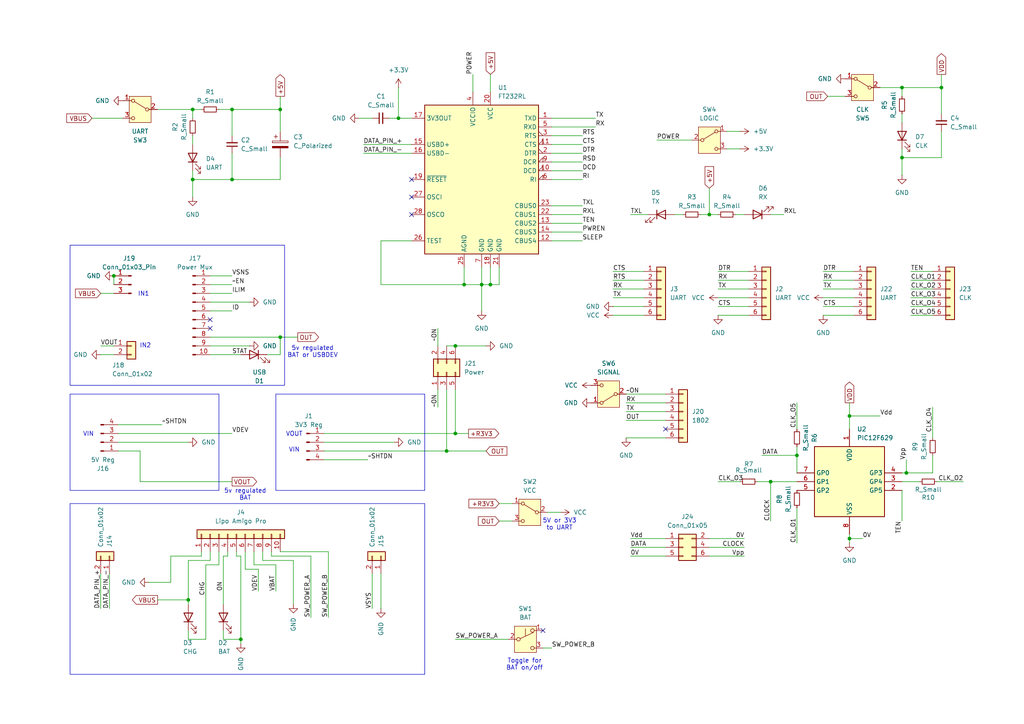
<source format=kicad_sch>
(kicad_sch (version 20231120) (generator "eeschema") (generator_version "8.0")
  (paper "A4")
  (title_block (title "Altoids Serial Adaper SCHEMATIC") (date "2024-07-19") (rev "WIP") (company "by AdamT117 https://github.com/Kayto"))
  (lib_symbols
    (symbol "Connector:Conn_01x03_Pin" (pin_names (offset 1.016) hide)
      (property "Reference" "J" (at 0 5.08 0))
      (property "Value" "Conn_01x03_Pin" (at 0 -5.08 0))
      (symbol "Conn_01x03_Pin_1_1"
        (pin passive line (at 5.08 2.54 180) (length 3.81) (name "Pin_1") (number "1"))
        (pin passive line (at 5.08 0 180) (length 3.81) (name "Pin_2") (number "2"))
        (pin passive line (at 5.08 -2.54 180) (length 3.81) (name "Pin_3") (number "3"))
      )
    )
    (symbol "Connector:Conn_01x04_Pin" (pin_names (offset 1.016) hide)
      (property "Reference" "J" (at 0 5.08 0))
      (property "Value" "Conn_01x04_Pin" (at 0 -7.62 0))
      (symbol "Conn_01x04_Pin_1_1"
        (pin passive line (at 5.08 2.54 180) (length 3.81) (name "Pin_1") (number "1"))
        (pin passive line (at 5.08 0 180) (length 3.81) (name "Pin_2") (number "2"))
        (pin passive line (at 5.08 -2.54 180) (length 3.81) (name "Pin_3") (number "3"))
        (pin passive line (at 5.08 -5.08 180) (length 3.81) (name "Pin_4") (number "4"))
      )
    )
    (symbol "Connector:Conn_01x10_Pin" (pin_names (offset 1.016) hide)
      (property "Reference" "J" (at 0 12.7 0))
      (property "Value" "Conn_01x10_Pin" (at 0 -15.24 0))
      (symbol "Conn_01x10_Pin_1_1"
        (pin passive line (at 5.08 10.16 180) (length 3.81) (name "Pin_1") (number "1"))
        (pin passive line (at 5.08 -12.7 180) (length 3.81) (name "Pin_10") (number "10"))
        (pin passive line (at 5.08 7.62 180) (length 3.81) (name "Pin_2") (number "2"))
        (pin passive line (at 5.08 5.08 180) (length 3.81) (name "Pin_3") (number "3"))
        (pin passive line (at 5.08 2.54 180) (length 3.81) (name "Pin_4") (number "4"))
        (pin passive line (at 5.08 0 180) (length 3.81) (name "Pin_5") (number "5"))
        (pin passive line (at 5.08 -2.54 180) (length 3.81) (name "Pin_6") (number "6"))
        (pin passive line (at 5.08 -5.08 180) (length 3.81) (name "Pin_7") (number "7"))
        (pin passive line (at 5.08 -7.62 180) (length 3.81) (name "Pin_8") (number "8"))
        (pin passive line (at 5.08 -10.16 180) (length 3.81) (name "Pin_9") (number "9"))
      )
    )
    (symbol "Connector_Generic:Conn_01x02" (pin_names (offset 1.016) hide)
      (property "Reference" "J" (at 0 2.54 0))
      (property "Value" "Conn_01x02" (at 0 -5.08 0))
      (symbol "Conn_01x02_1_1"
        (pin passive line (at -5.08 0 0) (length 3.81) (name "Pin_1") (number "1"))
        (pin passive line (at -5.08 -2.54 0) (length 3.81) (name "Pin_2") (number "2"))
      )
    )
    (symbol "Connector_Generic:Conn_01x06" (pin_names (offset 1.016) hide)
      (property "Reference" "J" (at 0 7.62 0))
      (property "Value" "Conn_01x06" (at 0 -10.16 0))
      (symbol "Conn_01x06_1_1"
        (pin passive line (at -5.08 5.08 0) (length 3.81) (name "Pin_1") (number "1"))
        (pin passive line (at -5.08 2.54 0) (length 3.81) (name "Pin_2") (number "2"))
        (pin passive line (at -5.08 0 0) (length 3.81) (name "Pin_3") (number "3"))
        (pin passive line (at -5.08 -2.54 0) (length 3.81) (name "Pin_4") (number "4"))
        (pin passive line (at -5.08 -5.08 0) (length 3.81) (name "Pin_5") (number "5"))
        (pin passive line (at -5.08 -7.62 0) (length 3.81) (name "Pin_6") (number "6"))
      )
    )
    (symbol "Connector_Generic:Conn_01x10" (pin_names (offset 1.016) hide)
      (property "Reference" "J" (at 0 12.7 0))
      (property "Value" "Conn_01x10" (at 0 -15.24 0))
      (symbol "Conn_01x10_1_1"
        (pin passive line (at -5.08 10.16 0) (length 3.81) (name "Pin_1") (number "1"))
        (pin passive line (at -5.08 -12.7 0) (length 3.81) (name "Pin_10") (number "10"))
        (pin passive line (at -5.08 7.62 0) (length 3.81) (name "Pin_2") (number "2"))
        (pin passive line (at -5.08 5.08 0) (length 3.81) (name "Pin_3") (number "3"))
        (pin passive line (at -5.08 2.54 0) (length 3.81) (name "Pin_4") (number "4"))
        (pin passive line (at -5.08 0 0) (length 3.81) (name "Pin_5") (number "5"))
        (pin passive line (at -5.08 -2.54 0) (length 3.81) (name "Pin_6") (number "6"))
        (pin passive line (at -5.08 -5.08 0) (length 3.81) (name "Pin_7") (number "7"))
        (pin passive line (at -5.08 -7.62 0) (length 3.81) (name "Pin_8") (number "8"))
        (pin passive line (at -5.08 -10.16 0) (length 3.81) (name "Pin_9") (number "9"))
      )
    )
    (symbol "Connector_Generic:Conn_02x03_Odd_Even" (pin_names (offset 1.016) hide)
      (property "Reference" "J" (at 1.27 5.08 0))
      (property "Value" "Conn_02x03_Odd_Even" (at 1.27 -5.08 0))
      (symbol "Conn_02x03_Odd_Even_1_1"
        (pin passive line (at -5.08 2.54 0) (length 3.81) (name "Pin_1") (number "1"))
        (pin passive line (at 7.62 2.54 180) (length 3.81) (name "Pin_2") (number "2"))
        (pin passive line (at -5.08 0 0) (length 3.81) (name "Pin_3") (number "3"))
        (pin passive line (at 7.62 0 180) (length 3.81) (name "Pin_4") (number "4"))
        (pin passive line (at -5.08 -2.54 0) (length 3.81) (name "Pin_5") (number "5"))
        (pin passive line (at 7.62 -2.54 180) (length 3.81) (name "Pin_6") (number "6"))
      )
    )
    (symbol "Device:C_Polarized" (pin_numbers hide) (pin_names (offset 0.254))
      (property "Reference" "C" (at 0.635 2.54 0))
      (property "Value" "C_Polarized" (at 0.635 -2.54 0))
      (symbol "C_Polarized_1_1"
        (pin passive line (at 0 3.81 270) (length 2.794) (name "~") (number "1"))
        (pin passive line (at 0 -3.81 90) (length 2.794) (name "~") (number "2"))
      )
    )
    (symbol "Device:C_Small" (pin_numbers hide) (pin_names (offset 0.254) hide)
      (property "Reference" "C" (at 0.254 1.778 0))
      (property "Value" "C_Small" (at 0.254 -2.032 0))
      (symbol "C_Small_1_1"
        (pin passive line (at 0 2.54 270) (length 2.032) (name "~") (number "1"))
        (pin passive line (at 0 -2.54 90) (length 2.032) (name "~") (number "2"))
      )
    )
    (symbol "Device:LED" (pin_numbers hide) (pin_names (offset 1.016) hide)
      (property "Reference" "D" (at 0 2.54 0))
      (property "Value" "LED" (at 0 -2.54 0))
      (symbol "LED_1_1"
        (pin passive line (at -3.81 0 0) (length 2.54) (name "K") (number "1"))
        (pin passive line (at 3.81 0 180) (length 2.54) (name "A") (number "2"))
      )
    )
    (symbol "Device:R_Small" (pin_numbers hide) (pin_names (offset 0.254) hide)
      (property "Reference" "R" (at 0.762 0.508 0))
      (property "Value" "R_Small" (at 0.762 -1.016 0))
      (symbol "R_Small_1_1"
        (pin passive line (at 0 2.54 270) (length 0.762) (name "~") (number "1"))
        (pin passive line (at 0 -2.54 90) (length 0.762) (name "~") (number "2"))
      )
    )
    (symbol "Interface_USB:FT232RL"
      (property "Reference" "U" (at -16.51 22.86 0))
      (property "Value" "FT232RL" (at 10.16 22.86 0))
      (symbol "FT232RL_1_1"
        (pin output line (at 20.32 17.78 180) (length 3.81) (name "TXD") (number "1"))
        (pin input input_low (at 20.32 2.54 180) (length 3.81) (name "DCD") (number "10"))
        (pin input input_low (at 20.32 10.16 180) (length 3.81) (name "CTS") (number "11"))
        (pin bidirectional line (at 20.32 -17.78 180) (length 3.81) (name "CBUS4") (number "12"))
        (pin bidirectional line (at 20.32 -12.7 180) (length 3.81) (name "CBUS2") (number "13"))
        (pin bidirectional line (at 20.32 -15.24 180) (length 3.81) (name "CBUS3") (number "14"))
        (pin bidirectional line (at -20.32 10.16 0) (length 3.81) (name "USBD+") (number "15"))
        (pin bidirectional line (at -20.32 7.62 0) (length 3.81) (name "USBD-") (number "16"))
        (pin power_out line (at -20.32 17.78 0) (length 3.81) (name "3V3OUT") (number "17"))
        (pin power_in line (at 2.54 -25.4 90) (length 3.81) (name "GND") (number "18"))
        (pin input line (at -20.32 0 0) (length 3.81) (name "~{RESET}") (number "19"))
        (pin output output_low (at 20.32 7.62 180) (length 3.81) (name "DTR") (number "2"))
        (pin power_in line (at 2.54 25.4 270) (length 3.81) (name "VCC") (number "20"))
        (pin power_in line (at 5.08 -25.4 90) (length 3.81) (name "GND") (number "21"))
        (pin bidirectional line (at 20.32 -10.16 180) (length 3.81) (name "CBUS1") (number "22"))
        (pin bidirectional line (at 20.32 -7.62 180) (length 3.81) (name "CBUS0") (number "23"))
        (pin power_in line (at -5.08 -25.4 90) (length 3.81) (name "AGND") (number "25"))
        (pin input line (at -20.32 -17.78 0) (length 3.81) (name "TEST") (number "26"))
        (pin input line (at -20.32 -5.08 0) (length 3.81) (name "OSCI") (number "27"))
        (pin output line (at -20.32 -10.16 0) (length 3.81) (name "OSCO") (number "28"))
        (pin output output_low (at 20.32 12.7 180) (length 3.81) (name "RTS") (number "3"))
        (pin power_in line (at -2.54 25.4 270) (length 3.81) (name "VCCIO") (number "4"))
        (pin input line (at 20.32 15.24 180) (length 3.81) (name "RXD") (number "5"))
        (pin input input_low (at 20.32 0 180) (length 3.81) (name "RI") (number "6"))
        (pin power_in line (at 0 -25.4 90) (length 3.81) (name "GND") (number "7"))
        (pin input input_low (at 20.32 5.08 180) (length 3.81) (name "DCR") (number "9"))
      )
    )
    (symbol "MCU_Microchip_PIC12:PIC12F629-xP"
      (property "Reference" "U" (at 1.27 13.97 0))
      (property "Value" "PIC12F629-xP" (at 1.27 11.43 0))
      (symbol "PIC12F629-xP_1_1"
        (pin power_in line (at 0 15.24 270) (length 5.08) (name "VDD") (number "1"))
        (pin bidirectional line (at 15.24 -2.54 180) (length 5.08) (name "GP5") (number "2"))
        (pin bidirectional line (at 15.24 0 180) (length 5.08) (name "GP4") (number "3"))
        (pin input line (at 15.24 2.54 180) (length 5.08) (name "GP3") (number "4"))
        (pin bidirectional line (at -15.24 -2.54 0) (length 5.08) (name "GP2") (number "5"))
        (pin bidirectional line (at -15.24 0 0) (length 5.08) (name "GP1") (number "6"))
        (pin bidirectional line (at -15.24 2.54 0) (length 5.08) (name "GP0") (number "7"))
        (pin power_in line (at 0 -15.24 90) (length 5.08) (name "VSS") (number "8"))
      )
    )
    (symbol "Switch:SW_Push_SPDT" (pin_names (offset 0) hide)
      (property "Reference" "SW" (at 0 5.08 0))
      (property "Value" "SW_Push_SPDT" (at 0 -5.08 0))
      (symbol "SW_Push_SPDT_1_1"
        (pin passive line (at 5.08 2.54 180) (length 2.54) (name "A") (number "1"))
        (pin passive line (at -5.08 0 0) (length 2.54) (name "B") (number "2"))
        (pin passive line (at 5.08 -2.54 180) (length 2.54) (name "C") (number "3"))
      )
    )
    (symbol "Switch:SW_SPDT" (pin_names (offset 0) hide)
      (property "Reference" "SW" (at 0 5.08 0))
      (property "Value" "SW_SPDT" (at 0 -5.08 0))
      (symbol "SW_SPDT_1_1"
        (pin passive line (at 5.08 2.54 180) (length 2.54) (name "A") (number "1"))
        (pin passive line (at -5.08 0 0) (length 2.54) (name "B") (number "2"))
        (pin passive line (at 5.08 -2.54 180) (length 2.54) (name "C") (number "3"))
      )
    )
    (symbol "power:+3.3V" (power) (pin_numbers hide) (pin_names (offset 0) hide)
      (property "Value" "+3.3V" (at 0 3.556 0))
      (symbol "+3.3V_1_1"
        (pin power_in line (at 0 0 90) (length 0) (name "~") (number "1"))
      )
    )
    (symbol "power:+5V" (power) (pin_numbers hide) (pin_names (offset 0) hide)
      (property "Value" "+5V" (at 0 3.556 0))
      (symbol "+5V_1_1"
        (pin power_in line (at 0 0 90) (length 0) (name "~") (number "1"))
      )
    )
    (symbol "power:GND" (power) (pin_numbers hide) (pin_names (offset 0) hide)
      (property "Value" "GND" (at 0 -3.81 0))
      (symbol "GND_1_1"
        (pin power_in line (at 0 0 270) (length 0) (name "~") (number "1"))
      )
    )
    (symbol "power:VCC" (power) (pin_numbers hide) (pin_names (offset 0) hide)
      (property "Value" "VCC" (at 0 3.556 0))
      (symbol "VCC_1_1"
        (pin power_in line (at 0 0 90) (length 0) (name "~") (number "1"))
      )
    )
  )
  (junction (at 115.57 34.29))
  (junction (at 134.62 82.55))
  (junction (at 132.08 100.33))
  (junction (at 129.54 130.81))
  (junction (at 139.7 82.55))
  (junction (at 223.52 139.7))
  (junction (at 273.05 25.4))
  (junction (at 55.88 31.75))
  (junction (at 142.24 82.55))
  (junction (at 69.85 185.42))
  (junction (at 67.31 52.07))
  (junction (at 67.31 31.75))
  (junction (at 205.74 62.23))
  (junction (at 246.38 120.65))
  (junction (at 33.02 80.01))
  (junction (at 262.89 137.16))
  (junction (at 81.28 97.79))
  (junction (at 54.61 173.99))
  (junction (at 55.88 52.07))
  (junction (at 246.38 156.21))
  (junction (at 261.62 45.72))
  (junction (at 81.28 31.75))
  (junction (at 261.62 25.4))
  (junction (at 132.08 125.73))
  (junction (at 231.14 132.08))
  (no_connect (at 60.96 92.71))
  (no_connect (at 157.48 182.88))
  (no_connect (at 119.38 57.15))
  (no_connect (at 193.04 124.46))
  (no_connect (at 119.38 62.23))
  (no_connect (at 119.38 52.07))
  (no_connect (at 60.96 95.25))
  (wire (pts (xy 158.75 148.59) (xy 162.56 148.59)))
  (wire (pts (xy 203.2 62.23) (xy 205.74 62.23)))
  (wire (pts (xy 246.38 156.21) (xy 246.38 154.94)))
  (wire (pts (xy 223.52 62.23) (xy 227.33 62.23)))
  (wire (pts (xy 208.28 139.7) (xy 214.63 139.7)))
  (wire (pts (xy 68.58 161.29) (xy 69.85 161.29)))
  (wire (pts (xy 29.21 100.33) (xy 33.02 100.33)))
  (wire (pts (xy 182.88 158.75) (xy 193.04 158.75)))
  (wire (pts (xy 223.52 139.7) (xy 223.52 151.13)))
  (wire (pts (xy 246.38 120.65) (xy 255.27 120.65)))
  (wire (pts (xy 73.66 163.83) (xy 80.01 163.83)))
  (wire (pts (xy 71.12 165.1) (xy 74.93 165.1)))
  (wire (pts (xy 214.63 38.1) (xy 210.82 38.1)))
  (wire (pts (xy 181.61 116.84) (xy 193.04 116.84)))
  (wire (pts (xy 238.76 78.74) (xy 247.65 78.74)))
  (wire (pts (xy 160.02 44.45) (xy 168.91 44.45)))
  (wire (pts (xy 95.25 160.02) (xy 95.25 179.07)))
  (wire (pts (xy 60.96 102.87) (xy 69.85 102.87)))
  (wire (pts (xy 223.52 139.7) (xy 231.14 139.7)))
  (wire (pts (xy 246.38 116.84) (xy 246.38 120.65)))
  (wire (pts (xy 160.02 39.37) (xy 168.91 39.37)))
  (wire (pts (xy 34.29 125.73) (xy 67.31 125.73)))
  (wire (pts (xy 67.31 31.75) (xy 67.31 39.37)))
  (wire (pts (xy 177.8 83.82) (xy 186.69 83.82)))
  (wire (pts (xy 110.49 82.55) (xy 134.62 82.55)))
  (wire (pts (xy 139.7 77.47) (xy 139.7 82.55)))
  (wire (pts (xy 105.41 41.91) (xy 119.38 41.91)))
  (wire (pts (xy 49.53 161.29) (xy 58.42 161.29)))
  (wire (pts (xy 40.64 130.81) (xy 34.29 130.81)))
  (wire (pts (xy 81.28 160.02) (xy 95.25 160.02)))
  (wire (pts (xy 200.66 40.64) (xy 190.5 40.64)))
  (wire (pts (xy 110.49 176.53) (xy 110.49 166.37)))
  (wire (pts (xy 246.38 157.48) (xy 246.38 156.21)))
  (wire (pts (xy 182.88 161.29) (xy 193.04 161.29)))
  (wire (pts (xy 81.28 31.75) (xy 81.28 38.1)))
  (wire (pts (xy 45.72 173.99) (xy 54.61 173.99)))
  (wire (pts (xy 69.85 161.29) (xy 69.85 185.42)))
  (wire (pts (xy 119.38 69.85) (xy 110.49 69.85)))
  (wire (pts (xy 262.89 133.35) (xy 262.89 137.16)))
  (wire (pts (xy 60.96 80.01) (xy 67.31 80.01)))
  (wire (pts (xy 81.28 97.79) (xy 86.36 97.79)))
  (wire (pts (xy 115.57 25.4) (xy 115.57 34.29)))
  (wire (pts (xy 261.62 25.4) (xy 261.62 27.94)))
  (wire (pts (xy 113.03 34.29) (xy 115.57 34.29)))
  (wire (pts (xy 78.74 160.02) (xy 78.74 161.29)))
  (wire (pts (xy 262.89 137.16) (xy 270.51 137.16)))
  (wire (pts (xy 76.2 160.02) (xy 76.2 162.56)))
  (wire (pts (xy 64.77 185.42) (xy 69.85 185.42)))
  (wire (pts (xy 264.16 86.36) (xy 270.51 86.36)))
  (wire (pts (xy 231.14 129.54) (xy 231.14 132.08)))
  (wire (pts (xy 43.18 168.91) (xy 49.53 168.91)))
  (wire (pts (xy 264.16 78.74) (xy 270.51 78.74)))
  (wire (pts (xy 142.24 77.47) (xy 142.24 82.55)))
  (wire (pts (xy 261.62 142.24) (xy 261.62 151.13)))
  (wire (pts (xy 264.16 91.44) (xy 270.51 91.44)))
  (wire (pts (xy 273.05 25.4) (xy 273.05 33.02)))
  (wire (pts (xy 69.85 186.69) (xy 69.85 185.42)))
  (wire (pts (xy 40.64 139.7) (xy 67.31 139.7)))
  (wire (pts (xy 238.76 81.28) (xy 247.65 81.28)))
  (wire (pts (xy 261.62 43.18) (xy 261.62 45.72)))
  (wire (pts (xy 40.64 139.7) (xy 40.64 130.81)))
  (wire (pts (xy 238.76 91.44) (xy 247.65 91.44)))
  (wire (pts (xy 67.31 31.75) (xy 81.28 31.75)))
  (wire (pts (xy 115.57 34.29) (xy 119.38 34.29)))
  (wire (pts (xy 261.62 35.56) (xy 261.62 33.02)))
  (wire (pts (xy 215.9 156.21) (xy 205.74 156.21)))
  (wire (pts (xy 104.14 34.29) (xy 107.95 34.29)))
  (wire (pts (xy 55.88 49.53) (xy 55.88 52.07)))
  (wire (pts (xy 160.02 52.07) (xy 168.91 52.07)))
  (wire (pts (xy 55.88 31.75) (xy 55.88 34.29)))
  (wire (pts (xy 220.98 132.08) (xy 231.14 132.08)))
  (wire (pts (xy 63.5 31.75) (xy 67.31 31.75)))
  (wire (pts (xy 107.95 176.53) (xy 107.95 166.37)))
  (wire (pts (xy 264.16 83.82) (xy 270.51 83.82)))
  (wire (pts (xy 208.28 91.44) (xy 217.17 91.44)))
  (wire (pts (xy 105.41 44.45) (xy 119.38 44.45)))
  (wire (pts (xy 208.28 78.74) (xy 217.17 78.74)))
  (wire (pts (xy 60.96 90.17) (xy 67.31 90.17)))
  (wire (pts (xy 142.24 21.59) (xy 142.24 26.67)))
  (wire (pts (xy 210.82 43.18) (xy 214.63 43.18)))
  (wire (pts (xy 160.02 62.23) (xy 168.91 62.23)))
  (wire (pts (xy 246.38 120.65) (xy 246.38 124.46)))
  (wire (pts (xy 160.02 41.91) (xy 168.91 41.91)))
  (wire (pts (xy 270.51 118.11) (xy 270.51 127)))
  (wire (pts (xy 177.8 81.28) (xy 186.69 81.28)))
  (wire (pts (xy 60.96 82.55) (xy 67.31 82.55)))
  (wire (pts (xy 54.61 162.56) (xy 54.61 173.99)))
  (wire (pts (xy 63.5 160.02) (xy 63.5 163.83)))
  (wire (pts (xy 279.4 139.7) (xy 271.78 139.7)))
  (wire (pts (xy 160.02 34.29) (xy 172.72 34.29)))
  (wire (pts (xy 270.51 137.16) (xy 270.51 132.08)))
  (wire (pts (xy 181.61 119.38) (xy 193.04 119.38)))
  (wire (pts (xy 195.58 62.23) (xy 198.12 62.23)))
  (wire (pts (xy 67.31 52.07) (xy 81.28 52.07)))
  (wire (pts (xy 208.28 81.28) (xy 217.17 81.28)))
  (wire (pts (xy 31.75 176.53) (xy 31.75 166.37)))
  (wire (pts (xy 182.88 156.21) (xy 193.04 156.21)))
  (wire (pts (xy 215.9 161.29) (xy 205.74 161.29)))
  (wire (pts (xy 213.36 62.23) (xy 215.9 62.23)))
  (wire (pts (xy 67.31 52.07) (xy 55.88 52.07)))
  (wire (pts (xy 93.98 128.27) (xy 114.3 128.27)))
  (wire (pts (xy 238.76 88.9) (xy 247.65 88.9)))
  (wire (pts (xy 231.14 132.08) (xy 231.14 137.16)))
  (wire (pts (xy 90.17 161.29) (xy 90.17 179.07)))
  (wire (pts (xy 93.98 130.81) (xy 129.54 130.81)))
  (wire (pts (xy 181.61 127) (xy 193.04 127)))
  (wire (pts (xy 132.08 100.33) (xy 140.97 100.33)))
  (wire (pts (xy 34.29 128.27) (xy 54.61 128.27)))
  (wire (pts (xy 246.38 156.21) (xy 250.19 156.21)))
  (wire (pts (xy 81.28 45.72) (xy 81.28 52.07)))
  (wire (pts (xy 129.54 113.03) (xy 129.54 130.81)))
  (wire (pts (xy 60.96 160.02) (xy 60.96 162.56)))
  (wire (pts (xy 67.31 44.45) (xy 67.31 52.07)))
  (wire (pts (xy 55.88 31.75) (xy 58.42 31.75)))
  (wire (pts (xy 93.98 133.35) (xy 106.68 133.35)))
  (wire (pts (xy 261.62 137.16) (xy 262.89 137.16)))
  (wire (pts (xy 264.16 88.9) (xy 270.51 88.9)))
  (wire (pts (xy 80.01 163.83) (xy 80.01 171.45)))
  (wire (pts (xy 261.62 25.4) (xy 273.05 25.4)))
  (wire (pts (xy 54.61 182.88) (xy 54.61 185.42)))
  (wire (pts (xy 261.62 45.72) (xy 261.62 50.8)))
  (wire (pts (xy 177.8 78.74) (xy 186.69 78.74)))
  (wire (pts (xy 208.28 83.82) (xy 217.17 83.82)))
  (wire (pts (xy 160.02 64.77) (xy 168.91 64.77)))
  (wire (pts (xy 160.02 69.85) (xy 168.91 69.85)))
  (wire (pts (xy 182.88 62.23) (xy 187.96 62.23)))
  (wire (pts (xy 58.42 161.29) (xy 58.42 160.02)))
  (wire (pts (xy 45.72 31.75) (xy 55.88 31.75)))
  (wire (pts (xy 74.93 165.1) (xy 74.93 171.45)))
  (wire (pts (xy 255.27 25.4) (xy 261.62 25.4)))
  (wire (pts (xy 144.78 77.47) (xy 144.78 82.55)))
  (wire (pts (xy 29.21 176.53) (xy 29.21 166.37)))
  (wire (pts (xy 139.7 82.55) (xy 139.7 90.17)))
  (wire (pts (xy 208.28 86.36) (xy 217.17 86.36)))
  (wire (pts (xy 205.74 62.23) (xy 208.28 62.23)))
  (wire (pts (xy 238.76 86.36) (xy 247.65 86.36)))
  (wire (pts (xy 238.76 83.82) (xy 247.65 83.82)))
  (wire (pts (xy 33.02 85.09) (xy 29.21 85.09)))
  (wire (pts (xy 160.02 36.83) (xy 172.72 36.83)))
  (wire (pts (xy 219.71 139.7) (xy 223.52 139.7)))
  (wire (pts (xy 60.96 162.56) (xy 54.61 162.56)))
  (wire (pts (xy 129.54 130.81) (xy 140.97 130.81)))
  (wire (pts (xy 132.08 125.73) (xy 135.89 125.73)))
  (wire (pts (xy 157.48 187.96) (xy 160.02 187.96)))
  (wire (pts (xy 85.09 162.56) (xy 85.09 175.26)))
  (wire (pts (xy 231.14 116.84) (xy 231.14 124.46)))
  (wire (pts (xy 60.96 87.63) (xy 72.39 87.63)))
  (wire (pts (xy 160.02 46.99) (xy 168.91 46.99)))
  (wire (pts (xy 64.77 161.29) (xy 64.77 175.26)))
  (wire (pts (xy 273.05 45.72) (xy 261.62 45.72)))
  (wire (pts (xy 181.61 121.92) (xy 193.04 121.92)))
  (wire (pts (xy 77.47 102.87) (xy 81.28 102.87)))
  (wire (pts (xy 34.29 123.19) (xy 46.99 123.19)))
  (wire (pts (xy 60.96 97.79) (xy 81.28 97.79)))
  (wire (pts (xy 29.21 102.87) (xy 33.02 102.87)))
  (wire (pts (xy 177.8 91.44) (xy 186.69 91.44)))
  (wire (pts (xy 76.2 162.56) (xy 85.09 162.56)))
  (wire (pts (xy 134.62 82.55) (xy 139.7 82.55)))
  (wire (pts (xy 127 118.11) (xy 127 113.03)))
  (wire (pts (xy 142.24 82.55) (xy 144.78 82.55)))
  (wire (pts (xy 266.7 139.7) (xy 261.62 139.7)))
  (wire (pts (xy 127 95.25) (xy 127 100.33)))
  (wire (pts (xy 273.05 21.59) (xy 273.05 25.4)))
  (wire (pts (xy 177.8 88.9) (xy 186.69 88.9)))
  (wire (pts (xy 181.61 114.3) (xy 193.04 114.3)))
  (wire (pts (xy 144.78 151.13) (xy 148.59 151.13)))
  (wire (pts (xy 273.05 38.1) (xy 273.05 45.72)))
  (wire (pts (xy 55.88 41.91) (xy 55.88 39.37)))
  (wire (pts (xy 205.74 54.61) (xy 205.74 62.23)))
  (wire (pts (xy 177.8 86.36) (xy 186.69 86.36)))
  (wire (pts (xy 49.53 161.29) (xy 49.53 168.91)))
  (wire (pts (xy 64.77 182.88) (xy 64.77 185.42)))
  (wire (pts (xy 26.67 34.29) (xy 35.56 34.29)))
  (wire (pts (xy 59.69 163.83) (xy 59.69 185.42)))
  (wire (pts (xy 33.02 80.01) (xy 33.02 82.55)))
  (wire (pts (xy 160.02 67.31) (xy 168.91 67.31)))
  (wire (pts (xy 129.54 100.33) (xy 132.08 100.33)))
  (wire (pts (xy 264.16 81.28) (xy 270.51 81.28)))
  (wire (pts (xy 68.58 160.02) (xy 68.58 161.29)))
  (wire (pts (xy 60.96 85.09) (xy 67.31 85.09)))
  (wire (pts (xy 144.78 146.05) (xy 148.59 146.05)))
  (wire (pts (xy 73.66 160.02) (xy 73.66 163.83)))
  (wire (pts (xy 81.28 102.87) (xy 81.28 97.79)))
  (wire (pts (xy 240.03 27.94) (xy 245.11 27.94)))
  (wire (pts (xy 132.08 113.03) (xy 132.08 125.73)))
  (wire (pts (xy 215.9 158.75) (xy 205.74 158.75)))
  (wire (pts (xy 137.16 21.59) (xy 137.16 26.67)))
  (wire (pts (xy 160.02 59.69) (xy 168.91 59.69)))
  (wire (pts (xy 54.61 175.26) (xy 54.61 173.99)))
  (wire (pts (xy 63.5 163.83) (xy 59.69 163.83)))
  (wire (pts (xy 110.49 69.85) (xy 110.49 82.55)))
  (wire (pts (xy 160.02 49.53) (xy 168.91 49.53)))
  (wire (pts (xy 66.04 161.29) (xy 64.77 161.29)))
  (wire (pts (xy 55.88 52.07) (xy 55.88 57.15)))
  (wire (pts (xy 54.61 185.42) (xy 59.69 185.42)))
  (wire (pts (xy 139.7 82.55) (xy 142.24 82.55)))
  (wire (pts (xy 60.96 100.33) (xy 72.39 100.33)))
  (wire (pts (xy 78.74 161.29) (xy 90.17 161.29)))
  (wire (pts (xy 66.04 161.29) (xy 66.04 160.02)))
  (wire (pts (xy 134.62 77.47) (xy 134.62 82.55)))
  (wire (pts (xy 132.08 185.42) (xy 147.32 185.42)))
  (wire (pts (xy 208.28 88.9) (xy 217.17 88.9)))
  (wire (pts (xy 71.12 160.02) (xy 71.12 165.1)))
  (wire (pts (xy 231.14 147.32) (xy 231.14 157.48)))
  (wire (pts (xy 81.28 27.94) (xy 81.28 31.75)))
  (wire (pts (xy 93.98 125.73) (xy 132.08 125.73)))
  (rectangle (start 20.32 71.12) (end 82.55 111.76))
  (rectangle (start 123.19 114.3) (end 80.01 142.24))
  (rectangle (start 20.32 114.3) (end 63.5 142.24))
  (rectangle (start 20.32 146.05) (end 123.19 195.58))
  (text "VOUT" (at 85.344 125.984 0) (effects (font (size 1.27 1.27))))
  (text "Toggle for\nBAT on/off" (at 152.146 192.786 0) (effects (font (size 1.27 1.27))))
  (text "5V or 3V3\nto UART" (at 162.306 152.146 0) (effects (font (size 1.27 1.27))))
  (text "5v regulated\nBAT" (at 71.12 143.51 0) (effects (font (size 1.27 1.27))))
  (text "VIN" (at 85.344 130.556 0) (effects (font (size 1.27 1.27))))
  (text "VIN" (at 25.654 125.984 0) (effects (font (size 1.27 1.27))))
  (text "IN1" (at 41.656 85.344 0) (effects (font (size 1.27 1.27))))
  (text "5v regulated\nBAT or USBDEV" (at 90.678 102.108 0) (effects (font (size 1.27 1.27))))
  (text "IN2" (at 42.164 100.33 0) (effects (font (size 1.27 1.27))))
  (label "TX" (at 172.72 34.29 0))
  (label "~EN" (at 67.31 82.55 0))
  (label "ILIM" (at 67.31 85.09 0))
  (label "DATA_PIN_+" (at 105.41 41.91 0))
  (label "TEN" (at 168.91 64.77 0))
  (label "TX" (at 177.8 86.36 0))
  (label "VDEV" (at 74.93 171.45 90))
  (label "CLK_O1" (at 264.16 81.28 0))
  (label "DATA_PIN_+" (at 29.21 176.53 90))
  (label "RX" (at 208.28 81.28 0))
  (label "POWER" (at 190.5 40.64 0))
  (label "Vpp" (at 262.89 133.35 90))
  (label "ON" (at 64.77 171.45 90))
  (label "ID" (at 67.31 90.17 0))
  (label "TX" (at 208.28 83.82 0))
  (label "PWREN" (at 168.91 67.31 0))
  (label "SW_POWER_A" (at 90.17 179.07 90))
  (label "RX" (at 172.72 36.83 0))
  (label "CLK_O2" (at 279.4 139.7 180))
  (label "CTS" (at 208.28 88.9 0))
  (label "CTS" (at 177.8 78.74 0))
  (label "RX" (at 177.8 83.82 0))
  (label "~ON" (at 127 118.11 90))
  (label "RX" (at 181.61 116.84 0))
  (label "RXL" (at 227.33 62.23 0))
  (label "DATA" (at 220.98 132.08 0))
  (label "~ON" (at 127 95.25 270))
  (label "POWER" (at 137.16 21.59 90))
  (label "TEN" (at 261.62 151.13 270))
  (label "TXL" (at 182.88 62.23 0))
  (label "SLEEP" (at 168.91 69.85 0))
  (label "VBAT" (at 80.01 171.45 90))
  (label "DTR" (at 168.91 44.45 0))
  (label "CTS" (at 238.76 88.9 0))
  (label "SW_POWER_B" (at 160.02 187.96 0))
  (label "DCD" (at 168.91 49.53 0))
  (label "CLOCK" (at 223.52 151.13 90))
  (label "CLK_O4" (at 264.16 88.9 0))
  (label "VSYS" (at 107.95 176.53 90))
  (label "TX" (at 181.61 119.38 0))
  (label "TEN" (at 264.16 78.74 0))
  (label "CLK_O4" (at 270.51 118.11 270))
  (label "Vdd" (at 182.88 156.21 0))
  (label "DATA" (at 182.88 158.75 0))
  (label "RX" (at 238.76 81.28 0))
  (label "RXL" (at 168.91 62.23 0))
  (label "RI" (at 168.91 52.07 0))
  (label "0V" (at 215.9 156.21 180))
  (label "0V" (at 250.19 156.21 0))
  (label "CLK_O5" (at 231.14 116.84 270))
  (label "DTR" (at 208.28 78.74 0))
  (label "SW_POWER_A" (at 132.08 185.42 0))
  (label "~SHTDN" (at 106.68 133.35 0))
  (label "CLK_O3" (at 264.16 86.36 0))
  (label "CLOCK" (at 215.9 158.75 180))
  (label "0V" (at 182.88 161.29 0))
  (label "TX" (at 238.76 83.82 0))
  (label "OUT" (at 181.61 121.92 0))
  (label "STAT" (at 67.31 102.87 0))
  (label "~SHTDN" (at 46.99 123.19 0))
  (label "CLK_O3" (at 208.28 139.7 0))
  (label "CLK_O5" (at 264.16 91.44 0))
  (label "TXL" (at 168.91 59.69 0))
  (label "CLK_O1" (at 231.14 157.48 90))
  (label "RSD" (at 168.91 46.99 0))
  (label "Vpp" (at 215.9 161.29 180))
  (label "DATA_PIN_-" (at 31.75 176.53 90))
  (label "RTS" (at 168.91 39.37 0))
  (label "~ON" (at 181.61 114.3 0))
  (label "VOUT" (at 29.21 100.33 0))
  (label "SW_POWER_B" (at 95.25 179.07 90))
  (label "CLK_O2" (at 264.16 83.82 0))
  (label "CHG" (at 59.69 172.72 90))
  (label "CTS" (at 168.91 41.91 0))
  (label "Vdd" (at 255.27 120.65 0))
  (label "VDEV" (at 67.31 125.73 0))
  (label "DATA_PIN_-" (at 105.41 44.45 0))
  (label "DTR" (at 238.76 78.74 0))
  (label "VSNS" (at 67.31 80.01 0))
  (label "RTS" (at 177.8 81.28 0))
  (global_label "VDD" (shape output) (at 246.38 116.84 90) (property "Intersheetrefs" "${INTERSHEET_REFS}" (effects (hide yes))))
  (global_label "VBUS" (shape input) (at 26.67 34.29 180) (property "Intersheetrefs" "${INTERSHEET_REFS}" (effects (hide yes))))
  (global_label "OUT" (shape output) (at 86.36 97.79 0) (property "Intersheetrefs" "${INTERSHEET_REFS}" (effects (hide yes))))
  (global_label "+R3V3" (shape input) (at 144.78 146.05 180) (property "Intersheetrefs" "${INTERSHEET_REFS}" (effects (hide yes))))
  (global_label "OUT" (shape input) (at 144.78 151.13 180) (property "Intersheetrefs" "${INTERSHEET_REFS}" (effects (hide yes))))
  (global_label "OUT" (shape input) (at 240.03 27.94 180) (property "Intersheetrefs" "${INTERSHEET_REFS}" (effects (hide yes))))
  (global_label "+5V" (shape input) (at 142.24 21.59 90) (property "Intersheetrefs" "${INTERSHEET_REFS}" (effects (hide yes))))
  (global_label "+5V" (shape output) (at 81.28 27.94 90) (property "Intersheetrefs" "${INTERSHEET_REFS}" (effects (hide yes))))
  (global_label "VBUS" (shape output) (at 45.72 173.99 180) (property "Intersheetrefs" "${INTERSHEET_REFS}" (effects (hide yes))))
  (global_label "+5V" (shape input) (at 205.74 54.61 90) (property "Intersheetrefs" "${INTERSHEET_REFS}" (effects (hide yes))))
  (global_label "VOUT" (shape output) (at 67.31 139.7 0) (property "Intersheetrefs" "${INTERSHEET_REFS}" (effects (hide yes))))
  (global_label "VDD" (shape output) (at 273.05 21.59 90) (property "Intersheetrefs" "${INTERSHEET_REFS}" (effects (hide yes))))
  (global_label "+R3V3" (shape output) (at 135.89 125.73 0) (property "Intersheetrefs" "${INTERSHEET_REFS}" (effects (hide yes))))
  (global_label "OUT" (shape input) (at 140.97 130.81 0) (property "Intersheetrefs" "${INTERSHEET_REFS}" (effects (hide yes))))
  (global_label "VBUS" (shape input) (at 29.21 85.09 180) (property "Intersheetrefs" "${INTERSHEET_REFS}" (effects (hide yes))))
  (symbol (lib_id "Connector_Generic:Conn_01x06") (at 191.77 83.82 0) (unit 1)
    (property "Reference" "J3" (at 194.31 83.8199 0) (effects (justify left)))
    (property "Value" "UART" (at 194.31 86.3599 0) (effects (justify left)))
    (property "Footprint" "Connector_PinHeader_2.54mm:PinHeader_1x06_P2.54mm_Vertical" (effects (hide yes)))
    (property "Description" "Generic connector, single row, 01x06, script generated (kicad-library-utils/schlib/autogen/connector/)" (effects (hide yes)))
  )
  (symbol (lib_id "Connector:Conn_01x04_Pin") (at 29.21 128.27 0) (mirror x) (unit 1)
    (property "Reference" "J16" (at 29.845 135.89 0))
    (property "Value" "5V Reg" (at 29.845 133.35 0))
    (property "Footprint" "Connector_PinHeader_2.54mm:PinHeader_1x04_P2.54mm_Vertical_no_PINS" (effects (hide yes)))
    (property "Description" "Generic connector, single row, 01x04, script generated" (effects (hide yes)))
  )
  (symbol (lib_id "Device:R_Small") (at 269.24 139.7 90) (unit 1)
    (property "Reference" "R10" (at 269.24 144.272 90))
    (property "Value" "R_Small" (at 269.24 141.986 90))
    (property "Footprint" "Resistor_SMD:R_0805_2012Metric" (effects (hide yes)))
    (property "Description" "Resistor, small symbol" (effects (hide yes)))
  )
  (symbol (lib_id "Device:LED") (at 261.62 39.37 90) (unit 1)
    (property "Reference" "D7" (at 265.43 39.6874 90) (effects (justify right)))
    (property "Value" "CLK" (at 265.43 42.2274 90) (effects (justify right)))
    (property "Footprint" "LED_THT:LED_D3.0mm" (effects (hide yes)))
    (property "Description" "Light emitting diode" (effects (hide yes)))
  )
  (symbol (lib_id "Device:C_Small") (at 273.05 35.56 180) (unit 1)
    (property "Reference" "C4" (at 275.59 34.2835 0) (effects (justify right)))
    (property "Value" "C_Small" (at 275.59 36.8235 0) (effects (justify right)))
    (property "Footprint" "Capacitor_SMD:C_1206_3216Metric_Pad1.33x1.80mm_HandSolder" (effects (hide yes)))
    (property "Description" "Unpolarized capacitor, small symbol" (effects (hide yes)))
  )
  (symbol (lib_id "power:VCC") (at 162.56 148.59 270) (unit 1)
    (property "Reference" "#PWR010" (effects (hide yes)))
    (property "Value" "VCC" (at 166.37 148.5899 90) (effects (justify left)))
    (property "Description" "Power symbol creates a global label with name \"VCC\"" (effects (hide yes)))
  )
  (symbol (lib_id "power:GND") (at 33.02 80.01 270) (mirror x) (unit 1)
    (property "Reference" "#PWR023" (effects (hide yes)))
    (property "Value" "GND" (at 29.21 80.0099 90) (effects (justify right)))
    (property "Description" "Power symbol creates a global label with name \"GND\" , ground" (effects (hide yes)))
  )
  (symbol (lib_id "Switch:SW_SPDT") (at 40.64 31.75 0) (mirror y) (unit 1)
    (property "Reference" "SW3" (at 40.64 40.64 0))
    (property "Value" "UART" (at 40.64 38.1 0))
    (property "Footprint" "Button_Switch_THT:SW_Toggle_Blue_wSlots" (effects (hide yes)))
    (property "Description" "Switch, single pole double throw" (effects (hide yes)))
  )
  (symbol (lib_id "Connector:Conn_01x10_Pin") (at 55.88 90.17 0) (unit 1)
    (property "Reference" "J17" (at 56.515 74.93 0))
    (property "Value" "Power Mux" (at 56.515 77.47 0))
    (property "Footprint" "Connector_PinHeader_2.54mm:PinHeader_1x10_P2.54mm_Vertical_no_PINS" (effects (hide yes)))
    (property "Description" "Generic connector, single row, 01x10, script generated" (effects (hide yes)))
  )
  (symbol (lib_id "Device:R_Small") (at 270.51 129.54 180) (unit 1)
    (property "Reference" "R9" (at 265.43 129.54 90))
    (property "Value" "R_Small" (at 267.97 129.54 90))
    (property "Footprint" "Resistor_SMD:R_0805_2012Metric" (effects (hide yes)))
    (property "Description" "Resistor, small symbol" (effects (hide yes)))
  )
  (symbol (lib_id "power:VCC") (at 208.28 86.36 90) (unit 1)
    (property "Reference" "#PWR011" (effects (hide yes)))
    (property "Value" "VCC" (at 204.47 86.3599 90) (effects (justify left)))
    (property "Description" "Power symbol creates a global label with name \"VCC\"" (effects (hide yes)))
  )
  (symbol (lib_id "Device:LED") (at 191.77 62.23 0) (unit 1)
    (property "Reference" "D5" (at 190.1825 55.88 0))
    (property "Value" "TX" (at 190.1825 58.42 0))
    (property "Footprint" "LED_THT:LED_D3.0mm" (effects (hide yes)))
    (property "Description" "Light emitting diode" (effects (hide yes)))
  )
  (symbol (lib_id "power:+3.3V") (at 115.57 25.4 0) (unit 1)
    (property "Reference" "#PWR02" (effects (hide yes)))
    (property "Value" "+3.3V" (at 115.57 20.32 0))
    (property "Description" "Power symbol creates a global label with name \"+3.3V\"" (effects (hide yes)))
  )
  (symbol (lib_id "Device:LED") (at 54.61 179.07 90) (unit 1)
    (property "Reference" "D3" (at 53.086 186.436 90) (effects (justify right)))
    (property "Value" "CHG" (at 53.086 188.976 90) (effects (justify right)))
    (property "Footprint" "LED_THT:LED_D3.0mm" (effects (hide yes)))
    (property "Description" "Light emitting diode" (effects (hide yes)))
  )
  (symbol (lib_id "Device:R_Small") (at 60.96 31.75 90) (unit 1)
    (property "Reference" "R1" (at 60.96 26.67 90))
    (property "Value" "R_Small" (at 60.96 29.21 90))
    (property "Footprint" "Resistor_SMD:R_0805_2012Metric" (effects (hide yes)))
    (property "Description" "Resistor, small symbol" (effects (hide yes)))
  )
  (symbol (lib_id "Device:R_Small") (at 231.14 144.78 180) (unit 1)
    (property "Reference" "R8" (at 226.06 144.78 90))
    (property "Value" "R_Small" (at 228.6 144.78 90))
    (property "Footprint" "Resistor_SMD:R_0805_2012Metric" (effects (hide yes)))
    (property "Description" "Resistor, small symbol" (effects (hide yes)))
  )
  (symbol (lib_id "Connector_Generic:Conn_01x02") (at 110.49 161.29 270) (mirror x) (unit 1)
    (property "Reference" "J15" (at 110.4901 158.75 0) (effects (justify left)))
    (property "Value" "Conn_01x02" (at 107.9501 158.75 0) (effects (justify left)))
    (property "Footprint" "Connector_PinHeader_2.54mm:PinHeader_1x02_P2.54mm_Vertical_no_PINS" (effects (hide yes)))
    (property "Description" "Generic connector, single row, 01x02, script generated (kicad-library-utils/schlib/autogen/connector/)" (effects (hide yes)))
  )
  (symbol (lib_id "power:VCC") (at 171.45 111.76 90) (unit 1)
    (property "Reference" "#PWR031" (effects (hide yes)))
    (property "Value" "VCC" (at 167.64 111.7601 90) (effects (justify left)))
    (property "Description" "Power symbol creates a global label with name \"VCC\"" (effects (hide yes)))
  )
  (symbol (lib_id "power:GND") (at 246.38 157.48 0) (unit 1)
    (property "Reference" "#PWR029" (effects (hide yes)))
    (property "Value" "GND" (at 246.38 162.56 0))
    (property "Description" "Power symbol creates a global label with name \"GND\" , ground" (effects (hide yes)))
  )
  (symbol (lib_id "Switch:SW_SPDT") (at 153.67 148.59 0) (mirror y) (unit 1)
    (property "Reference" "SW2" (at 153.67 139.7 0))
    (property "Value" "VCC" (at 153.67 142.24 0))
    (property "Footprint" "Button_Switch_THT:SW_Toggle_Blue_wSlots" (effects (hide yes)))
    (property "Description" "Switch, single pole double throw" (effects (hide yes)))
  )
  (symbol (lib_id "Switch:SW_SPDT") (at 205.74 40.64 0) (unit 1)
    (property "Reference" "SW4" (at 205.74 31.75 0))
    (property "Value" "LOGIC" (at 205.74 34.29 0))
    (property "Footprint" "Button_Switch_THT:SW_Toggle_Blue_wSlots" (effects (hide yes)))
    (property "Description" "Switch, single pole double throw" (effects (hide yes)))
  )
  (symbol (lib_id "power:+3.3V") (at 214.63 43.18 270) (unit 1)
    (property "Reference" "#PWR05" (effects (hide yes)))
    (property "Value" "+3.3V" (at 218.44 43.1799 90) (effects (justify left)))
    (property "Description" "Power symbol creates a global label with name \"+3.3V\"" (effects (hide yes)))
  )
  (symbol (lib_id "Connector_Generic:Conn_02x03_Odd_Even") (at 129.54 107.95 90) (unit 1)
    (property "Reference" "J21" (at 134.62 105.4099 90) (effects (justify right)))
    (property "Value" "Power" (at 134.62 107.9499 90) (effects (justify right)))
    (property "Footprint" "Connector_PinHeader_2.54mm:PinHeader_2x03_P2.54mm_Vertical" (effects (hide yes)))
    (property "Description" "Generic connector, double row, 02x03, odd/even pin numbering scheme (row 1 odd numbers, row 2 even numbers), script generated (kicad-library-utils/schlib/autogen/connector/)" (effects (hide yes)))
  )
  (symbol (lib_id "MCU_Microchip_PIC12:PIC12F629-xP") (at 246.38 139.7 0) (unit 1)
    (property "Reference" "U2" (at 248.5741 124.46 0) (effects (justify left)))
    (property "Value" "PIC12F629" (at 248.5741 127 0) (effects (justify left)))
    (property "Footprint" "Package_DIP:DIP-8_W7.62mm" (effects (hide yes)))
    (property "Datasheet" "https://ww1.microchip.com/downloads/en/DeviceDoc/41190G.pdf" (effects (hide yes)))
    (property "Description" "1024W Flash, 64B SRAM, 128B EEPROM, PDIP-8" (effects (hide yes)))
  )
  (symbol (lib_id "power:GND") (at 29.21 102.87 270) (unit 1)
    (property "Reference" "#PWR022" (effects (hide yes)))
    (property "Value" "GND" (at 25.4 102.8699 90) (effects (justify right)))
    (property "Description" "Power symbol creates a global label with name \"GND\" , ground" (effects (hide yes)))
  )
  (symbol (lib_id "Device:R_Small") (at 261.62 30.48 0) (unit 1)
    (property "Reference" "R5" (at 256.54 30.48 90))
    (property "Value" "R_Small" (at 259.08 30.48 90))
    (property "Footprint" "Resistor_SMD:R_0805_2012Metric" (effects (hide yes)))
    (property "Description" "Resistor, small symbol" (effects (hide yes)))
  )
  (symbol (lib_id "Device:R_Small") (at 55.88 36.83 0) (unit 1)
    (property "Reference" "R2" (at 50.8 36.83 90))
    (property "Value" "R_Small" (at 53.34 36.83 90))
    (property "Footprint" "Resistor_SMD:R_0805_2012Metric" (effects (hide yes)))
    (property "Description" "Resistor, small symbol" (effects (hide yes)))
  )
  (symbol (lib_id "power:GND") (at 208.28 91.44 0) (unit 1)
    (property "Reference" "#PWR012" (effects (hide yes)))
    (property "Value" "GND" (at 208.28 96.52 0))
    (property "Description" "Power symbol creates a global label with name \"GND\" , ground" (effects (hide yes)))
  )
  (symbol (lib_id "Switch:SW_SPDT") (at 250.19 25.4 0) (mirror y) (unit 1)
    (property "Reference" "SW5" (at 250.19 34.29 0))
    (property "Value" "CLK" (at 250.19 31.75 0))
    (property "Footprint" "Button_Switch_THT:SW_Toggle_Blue_wSlots" (effects (hide yes)))
    (property "Description" "Switch, single pole double throw" (effects (hide yes)))
  )
  (symbol (lib_id "power:GND") (at 245.11 22.86 270) (unit 1)
    (property "Reference" "#PWR027" (effects (hide yes)))
    (property "Value" "GND" (at 241.3 22.8599 90) (effects (justify right)))
    (property "Description" "Power symbol creates a global label with name \"GND\" , ground" (effects (hide yes)))
  )
  (symbol (lib_id "Device:C_Small") (at 110.49 34.29 90) (unit 1)
    (property "Reference" "C1" (at 110.4963 27.94 90))
    (property "Value" "C_Small" (at 110.4963 30.48 90))
    (property "Footprint" "Capacitor_SMD:C_1206_3216Metric_Pad1.33x1.80mm_HandSolder" (effects (hide yes)))
    (property "Description" "Unpolarized capacitor, small symbol" (effects (hide yes)))
  )
  (symbol (lib_id "power:GND") (at 35.56 29.21 270) (unit 1)
    (property "Reference" "#PWR01" (effects (hide yes)))
    (property "Value" "GND" (at 31.75 29.2099 90) (effects (justify right)))
    (property "Description" "Power symbol creates a global label with name \"GND\" , ground" (effects (hide yes)))
  )
  (symbol (lib_id "Connector_Generic:Conn_01x06") (at 275.59 83.82 0) (unit 1)
    (property "Reference" "J23" (at 278.13 83.8199 0) (effects (justify left)))
    (property "Value" "CLK" (at 278.13 86.3599 0) (effects (justify left)))
    (property "Footprint" "Connector_PinHeader_2.54mm:PinHeader_1x06_P2.54mm_Vertical" (effects (hide yes)))
    (property "Description" "Generic connector, single row, 01x06, script generated (kicad-library-utils/schlib/autogen/connector/)" (effects (hide yes)))
  )
  (symbol (lib_id "Device:R_Small") (at 210.82 62.23 270) (unit 1)
    (property "Reference" "R4" (at 210.82 57.15 90))
    (property "Value" "R_Small" (at 210.82 59.69 90))
    (property "Footprint" "Resistor_SMD:R_0805_2012Metric" (effects (hide yes)))
    (property "Description" "Resistor, small symbol" (effects (hide yes)))
  )
  (symbol (lib_id "power:VCC") (at 177.8 91.44 90) (unit 1)
    (property "Reference" "#PWR015" (effects (hide yes)))
    (property "Value" "VCC" (at 173.99 91.4399 90) (effects (justify left)))
    (property "Description" "Power symbol creates a global label with name \"VCC\"" (effects (hide yes)))
  )
  (symbol (lib_id "power:GND") (at 238.76 91.44 0) (unit 1)
    (property "Reference" "#PWR026" (effects (hide yes)))
    (property "Value" "GND" (at 238.76 96.52 0))
    (property "Description" "Power symbol creates a global label with name \"GND\" , ground" (effects (hide yes)))
  )
  (symbol (lib_id "Connector_Generic:Conn_01x06") (at 198.12 119.38 0) (unit 1)
    (property "Reference" "J20" (at 200.66 119.3799 0) (effects (justify left)))
    (property "Value" "1802" (at 200.66 121.9199 0) (effects (justify left)))
    (property "Footprint" "Connector_PinHeader_2.54mm:PinHeader_1x06_P2.54mm_Vertical" (effects (hide yes)))
    (property "Description" "Generic connector, single row, 01x06, script generated (kicad-library-utils/schlib/autogen/connector/)" (effects (hide yes)))
  )
  (symbol (lib_id "power:VCC") (at 238.76 86.36 90) (unit 1)
    (property "Reference" "#PWR024" (effects (hide yes)))
    (property "Value" "VCC" (at 234.95 86.3599 90) (effects (justify left)))
    (property "Description" "Power symbol creates a global label with name \"VCC\"" (effects (hide yes)))
  )
  (symbol (lib_id "Device:R_Small") (at 200.66 62.23 270) (unit 1)
    (property "Reference" "R3" (at 200.66 57.15 90))
    (property "Value" "R_Small" (at 200.66 59.69 90))
    (property "Footprint" "Resistor_SMD:R_0805_2012Metric" (effects (hide yes)))
    (property "Description" "Resistor, small symbol" (effects (hide yes)))
  )
  (symbol (lib_id "Connector:Conn_01x04_Pin") (at 88.9 128.27 0) (unit 1)
    (property "Reference" "J1" (at 89.535 120.65 0))
    (property "Value" "3V3 Reg" (at 89.535 123.19 0))
    (property "Footprint" "Connector_PinHeader_2.54mm:PinHeader_1x04_P2.54mm_Vertical_no_PINS" (effects (hide yes)))
    (property "Description" "Generic connector, single row, 01x04, script generated" (effects (hide yes)))
  )
  (symbol (lib_id "Switch:SW_Push_SPDT") (at 152.4 185.42 0) (unit 1)
    (property "Reference" "SW1" (at 152.4 176.53 0))
    (property "Value" "BAT" (at 152.4 179.07 0))
    (property "Footprint" "Button_Switch_THT:SW_Toggle_Blue_wSlots" (effects (hide yes)))
    (property "Description" "Momentary Switch, single pole double throw" (effects (hide yes)))
  )
  (symbol (lib_id "power:GND") (at 54.61 128.27 90) (unit 1)
    (property "Reference" "#PWR08" (effects (hide yes)))
    (property "Value" "GND" (at 58.42 128.2699 90) (effects (justify right)))
    (property "Description" "Power symbol creates a global label with name \"GND\" , ground" (effects (hide yes)))
  )
  (symbol (lib_id "power:GND") (at 171.45 116.84 270) (unit 1)
    (property "Reference" "#PWR030" (effects (hide yes)))
    (property "Value" "GND" (at 167.64 116.8399 90) (effects (justify right)))
    (property "Description" "Power symbol creates a global label with name \"GND\" , ground" (effects (hide yes)))
  )
  (symbol (lib_id "Device:LED") (at 64.77 179.07 90) (unit 1)
    (property "Reference" "D2" (at 63.246 186.436 90) (effects (justify right)))
    (property "Value" "BAT" (at 63.246 188.976 90) (effects (justify right)))
    (property "Footprint" "LED_THT:LED_D3.0mm" (effects (hide yes)))
    (property "Description" "Light emitting diode" (effects (hide yes)))
  )
  (symbol (lib_id "power:+5V") (at 214.63 38.1 270) (unit 1)
    (property "Reference" "#PWR06" (effects (hide yes)))
    (property "Value" "+5V" (at 218.44 38.1001 90) (effects (justify left)))
    (property "Description" "Power symbol creates a global label with name \"+5V\"" (effects (hide yes)))
  )
  (symbol (lib_id "Device:C_Polarized") (at 81.28 41.91 0) (unit 1)
    (property "Reference" "C3" (at 85.09 39.7509 0) (effects (justify left)))
    (property "Value" "C_Polarized" (at 85.09 42.2909 0) (effects (justify left)))
    (property "Footprint" "Capacitor_SMD:C_1206_3216Metric_Pad1.33x1.80mm_HandSolder" (effects (hide yes)))
    (property "Description" "Polarized capacitor" (effects (hide yes)))
  )
  (symbol (lib_id "Connector_Generic:Conn_01x06") (at 252.73 83.82 0) (unit 1)
    (property "Reference" "J22" (at 255.27 83.8199 0) (effects (justify left)))
    (property "Value" "UART" (at 255.27 86.3599 0) (effects (justify left)))
    (property "Footprint" "Connector_PinHeader_2.54mm:PinHeader_1x06_P2.54mm_Vertical" (effects (hide yes)))
    (property "Description" "Generic connector, single row, 01x06, script generated (kicad-library-utils/schlib/autogen/connector/)" (effects (hide yes)))
  )
  (symbol (lib_id "power:GND") (at 110.49 176.53 0) (unit 1)
    (property "Reference" "#PWR019" (effects (hide yes)))
    (property "Value" "GND" (at 110.4899 180.34 90) (effects (justify right)))
    (property "Description" "Power symbol creates a global label with name \"GND\" , ground" (effects (hide yes)))
  )
  (symbol (lib_id "power:GND") (at 114.3 128.27 90) (mirror x) (unit 1)
    (property "Reference" "#PWR025" (effects (hide yes)))
    (property "Value" "GND" (at 118.11 128.2701 90) (effects (justify right)))
    (property "Description" "Power symbol creates a global label with name \"GND\" , ground" (effects (hide yes)))
  )
  (symbol (lib_id "power:GND") (at 139.7 90.17 0) (unit 1)
    (property "Reference" "#PWR03" (effects (hide yes)))
    (property "Value" "GND" (at 139.7 95.25 0))
    (property "Description" "Power symbol creates a global label with name \"GND\" , ground" (effects (hide yes)))
  )
  (symbol (lib_id "Device:LED") (at 219.71 62.23 180) (unit 1)
    (property "Reference" "D6" (at 221.2975 54.61 0))
    (property "Value" "RX" (at 221.2975 57.15 0))
    (property "Footprint" "LED_THT:LED_D3.0mm" (effects (hide yes)))
    (property "Description" "Light emitting diode" (effects (hide yes)))
  )
  (symbol (lib_id "Switch:SW_SPDT") (at 176.53 114.3 180) (unit 1)
    (property "Reference" "SW6" (at 176.53 105.41 0))
    (property "Value" "SIGNAL" (at 176.53 107.95 0))
    (property "Footprint" "Button_Switch_THT:SW_Toggle_Blue_wSlots" (effects (hide yes)))
    (property "Description" "Switch, single pole double throw" (effects (hide yes)))
  )
  (symbol (lib_id "power:GND") (at 69.85 186.69 0) (unit 1)
    (property "Reference" "#PWR018" (effects (hide yes)))
    (property "Value" "GND" (at 69.8499 190.5 90) (effects (justify right)))
    (property "Description" "Power symbol creates a global label with name \"GND\" , ground" (effects (hide yes)))
  )
  (symbol (lib_id "power:GND") (at 55.88 57.15 0) (unit 1)
    (property "Reference" "#PWR07" (effects (hide yes)))
    (property "Value" "GND" (at 55.88 62.23 0))
    (property "Description" "Power symbol creates a global label with name \"GND\" , ground" (effects (hide yes)))
  )
  (symbol (lib_id "Connector_Generic:Conn_01x02") (at 38.1 100.33 0) (unit 1)
    (property "Reference" "J18" (at 32.512 105.918 0) (effects (justify left)))
    (property "Value" "Conn_01x02" (at 32.512 108.458 0) (effects (justify left)))
    (property "Footprint" "Connector_PinHeader_2.54mm:PinHeader_1x02_P2.54mm_Vertical_no_PINS" (effects (hide yes)))
    (property "Description" "Generic connector, single row, 01x02, script generated (kicad-library-utils/schlib/autogen/connector/)" (effects (hide yes)))
  )
  (symbol (lib_id "power:GND") (at 72.39 87.63 90) (unit 1)
    (property "Reference" "#PWR020" (effects (hide yes)))
    (property "Value" "GND" (at 76.2 87.6299 90) (effects (justify right)))
    (property "Description" "Power symbol creates a global label with name \"GND\" , ground" (effects (hide yes)))
  )
  (symbol (lib_id "Device:C_Small") (at 67.31 41.91 180) (unit 1)
    (property "Reference" "C2" (at 69.85 40.6335 0) (effects (justify right)))
    (property "Value" "C_Small" (at 69.85 43.1735 0) (effects (justify right)))
    (property "Footprint" "Capacitor_SMD:C_1206_3216Metric_Pad1.33x1.80mm_HandSolder" (effects (hide yes)))
    (property "Description" "Unpolarized capacitor, small symbol" (effects (hide yes)))
  )
  (symbol (lib_id "power:GND") (at 140.97 100.33 90) (unit 1)
    (property "Reference" "#PWR09" (effects (hide yes)))
    (property "Value" "GND" (at 144.78 100.3299 90) (effects (justify right)))
    (property "Description" "Power symbol creates a global label with name \"GND\" , ground" (effects (hide yes)))
  )
  (symbol (lib_id "power:GND") (at 104.14 34.29 270) (unit 1)
    (property "Reference" "#PWR04" (effects (hide yes)))
    (property "Value" "GND" (at 100.33 34.2899 90) (effects (justify right)))
    (property "Description" "Power symbol creates a global label with name \"GND\" , ground" (effects (hide yes)))
  )
  (symbol (lib_id "Interface_USB:FT232RL") (at 139.7 52.07 0) (unit 1)
    (property "Reference" "U1" (at 144.4341 25.4 0) (effects (justify left)))
    (property "Value" "FT232RL" (at 144.4341 27.94 0) (effects (justify left)))
    (property "Footprint" "Package_SO:SSOP-28_5.3x10.2mm_P0.65mm" (effects (hide yes)))
    (property "Datasheet" "https://www.ftdichip.com/Support/Documents/DataSheets/ICs/DS_FT232R.pdf" (effects (hide yes)))
    (property "Description" "USB to Serial Interface, SSOP-28" (effects (hide yes)))
  )
  (symbol (lib_id "Device:R_Small") (at 231.14 127 0) (unit 1)
    (property "Reference" "R6" (at 236.22 127 90))
    (property "Value" "R_Small" (at 233.68 127 90))
    (property "Footprint" "Resistor_SMD:R_0805_2012Metric" (effects (hide yes)))
    (property "Description" "Resistor, small symbol" (effects (hide yes)))
  )
  (symbol (lib_id "Connector_Generic:Conn_01x06") (at 222.25 83.82 0) (unit 1)
    (property "Reference" "J2" (at 224.79 83.8199 0) (effects (justify left)))
    (property "Value" "UART" (at 224.79 86.3599 0) (effects (justify left)))
    (property "Footprint" "Connector_PinHeader_2.54mm:PinHeader_1x06_P2.54mm_Vertical" (effects (hide yes)))
    (property "Description" "Generic connector, single row, 01x06, script generated (kicad-library-utils/schlib/autogen/connector/)" (effects (hide yes)))
  )
  (symbol (lib_id "power:GND") (at 177.8 88.9 270) (unit 1)
    (property "Reference" "#PWR016" (effects (hide yes)))
    (property "Value" "GND" (at 173.99 88.8999 90) (effects (justify right)))
    (property "Description" "Power symbol creates a global label with name \"GND\" , ground" (effects (hide yes)))
  )
  (symbol (lib_id "Device:LED") (at 73.66 102.87 0) (mirror y) (unit 1)
    (property "Reference" "D1" (at 75.2475 110.49 0))
    (property "Value" "USB" (at 75.2475 107.95 0))
    (property "Footprint" "LED_THT:LED_D3.0mm" (effects (hide yes)))
    (property "Description" "Light emitting diode" (effects (hide yes)))
  )
  (symbol (lib_id "power:GND") (at 261.62 50.8 0) (unit 1)
    (property "Reference" "#PWR028" (effects (hide yes)))
    (property "Value" "GND" (at 261.62 55.88 0))
    (property "Description" "Power symbol creates a global label with name \"GND\" , ground" (effects (hide yes)))
  )
  (symbol (lib_id "Connector:Conn_01x03_Pin") (at 38.1 82.55 0) (mirror y) (unit 1)
    (property "Reference" "J19" (at 37.465 74.93 0))
    (property "Value" "Conn_01x03_Pin" (at 37.465 77.47 0))
    (property "Footprint" "Connector_PinHeader_2.54mm:PinHeader_1x03_P2.54mm_Vertical_no_PINS" (effects (hide yes)))
    (property "Description" "Generic connector, single row, 01x03, script generated" (effects (hide yes)))
  )
  (symbol (lib_id "Device:LED") (at 55.88 45.72 90) (unit 1)
    (property "Reference" "D4" (at 59.69 46.0374 90) (effects (justify right)))
    (property "Value" "UART" (at 59.69 48.5774 90) (effects (justify right)))
    (property "Footprint" "LED_THT:LED_D3.0mm" (effects (hide yes)))
    (property "Description" "Light emitting diode" (effects (hide yes)))
  )
  (symbol (lib_id "power:GND") (at 85.09 175.26 0) (unit 1)
    (property "Reference" "#PWR017" (effects (hide yes)))
    (property "Value" "GND" (at 85.0899 179.07 90) (effects (justify right)))
    (property "Description" "Power symbol creates a global label with name \"GND\" , ground" (effects (hide yes)))
  )
  (symbol (lib_id "power:GND") (at 181.61 127 0) (unit 1)
    (property "Reference" "#PWR013" (effects (hide yes)))
    (property "Value" "GND" (at 181.61 132.08 0))
    (property "Description" "Power symbol creates a global label with name \"GND\" , ground" (effects (hide yes)))
  )
  (symbol (lib_id "power:GND") (at 72.39 100.33 90) (unit 1)
    (property "Reference" "#PWR021" (effects (hide yes)))
    (property "Value" "GND" (at 76.2 100.3299 90) (effects (justify right)))
    (property "Description" "Power symbol creates a global label with name \"GND\" , ground" (effects (hide yes)))
  )
  (symbol (lib_id "power:GND") (at 43.18 168.91 270) (unit 1)
    (property "Reference" "#PWR014" (effects (hide yes)))
    (property "Value" "GND" (at 39.37 168.9099 90) (effects (justify right)))
    (property "Description" "Power symbol creates a global label with name \"GND\" , ground" (effects (hide yes)))
  )
  (symbol (lib_id "Device:R_Small") (at 217.17 139.7 90) (unit 1)
    (property "Reference" "R7" (at 217.17 134.62 90))
    (property "Value" "R_Small" (at 217.17 136.398 90))
    (property "Footprint" "Resistor_SMD:R_0805_2012Metric" (effects (hide yes)))
    (property "Description" "Resistor, small symbol" (effects (hide yes)))
  )
  (symbol (lib_id "Connector_Generic:Conn_01x02") (at 31.75 161.29 270) (mirror x) (unit 1)
    (property "Reference" "J14" (at 31.7501 158.75 0) (effects (justify left)))
    (property "Value" "Conn_01x02" (at 29.2101 158.75 0) (effects (justify left)))
    (property "Footprint" "Connector_PinHeader_2.54mm:PinHeader_1x02_P2.54mm_Vertical_no_PINS" (effects (hide yes)))
    (property "Description" "Generic connector, single row, 01x02, script generated (kicad-library-utils/schlib/autogen/connector/)" (effects (hide yes)))
  )
  (symbol (lib_id "Connector_Generic:Conn_01x10") (at 68.58 154.94 90) (unit 1)
    (property "Reference" "J4" (at 69.85 148.59 90))
    (property "Value" "Lipo Amigo Pro" (at 69.85 151.13 90))
    (property "Footprint" "Connector_PinHeader_2.54mm:PinHeader_1x10_P2.54mm_Vertical" (effects (hide yes)))
    (property "Description" "Generic connector, single row, 01x10, script generated (kicad-library-utils/schlib/autogen/connector/)" (effects (hide yes)))
  )
  (symbol (lib_id "Connector_Generic:Conn_02x03_Odd_Even") (at 198.12 158.75 0) (unit 1)
    (property "Reference" "J24" (at 199.39 149.86 0))
    (property "Value" "Conn_01x05" (at 199.39 152.4 0))
    (property "Footprint" "Connector_PinHeader_2.54mm:PinHeader_2x03_P2.54mm_Vertical" (effects (hide yes)))
    (property "Description" "Generic connector, double row, 02x03, odd/even pin numbering scheme (row 1 odd numbers, row 2 even numbers), script generated (kicad-library-utils/schlib/autogen/connector/)" (effects (hide yes)))
  )
)
</source>
